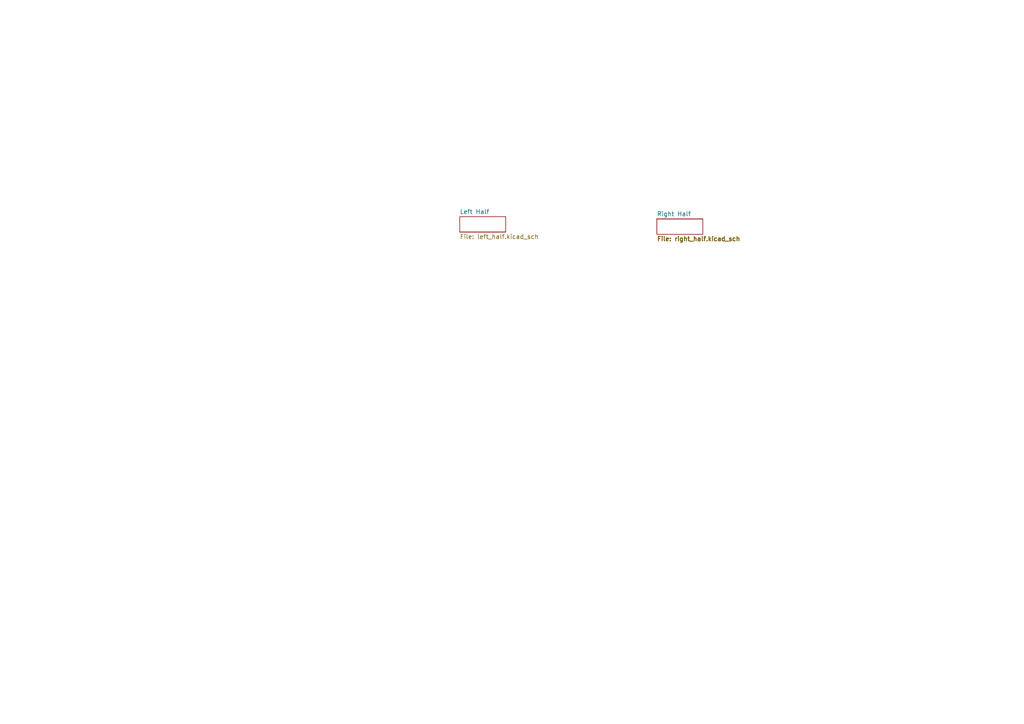
<source format=kicad_sch>
(kicad_sch
	(version 20250114)
	(generator "eeschema")
	(generator_version "9.0")
	(uuid "de3a30da-dd56-4801-a3f5-765b04aa12e1")
	(paper "A4")
	(lib_symbols)
	(sheet
		(at 190.5 63.5)
		(size 13.335 4.445)
		(exclude_from_sim no)
		(in_bom yes)
		(on_board yes)
		(dnp no)
		(fields_autoplaced yes)
		(stroke
			(width 0.1524)
			(type solid)
		)
		(fill
			(color 0 0 0 0.0000)
		)
		(uuid "d777195d-63e1-45cf-bdcd-083236482c4e")
		(property "Sheetname" "Right Half"
			(at 190.5 62.7884 0)
			(effects
				(font
					(size 1.27 1.27)
				)
				(justify left bottom)
			)
		)
		(property "Sheetfile" "right_half.kicad_sch"
			(at 190.5 68.5296 0)
			(effects
				(font
					(size 1.27 1.27)
					(thickness 0.254)
					(bold yes)
				)
				(justify left top)
			)
		)
		(instances
			(project "Keyboard"
				(path "/de3a30da-dd56-4801-a3f5-765b04aa12e1"
					(page "2")
				)
			)
		)
	)
	(sheet
		(at 133.35 62.865)
		(size 13.335 4.445)
		(exclude_from_sim no)
		(in_bom yes)
		(on_board yes)
		(dnp no)
		(fields_autoplaced yes)
		(stroke
			(width 0.1524)
			(type solid)
		)
		(fill
			(color 0 0 0 0.0000)
		)
		(uuid "effbb08b-3fc5-4b96-83dd-92860f3d7777")
		(property "Sheetname" "Left Half"
			(at 133.35 62.1534 0)
			(effects
				(font
					(size 1.27 1.27)
				)
				(justify left bottom)
			)
		)
		(property "Sheetfile" "left_half.kicad_sch"
			(at 133.35 67.8946 0)
			(effects
				(font
					(size 1.27 1.27)
				)
				(justify left top)
			)
		)
		(instances
			(project "Keyboard"
				(path "/de3a30da-dd56-4801-a3f5-765b04aa12e1"
					(page "3")
				)
			)
		)
	)
	(sheet_instances
		(path "/"
			(page "1")
		)
	)
	(embedded_fonts no)
)

</source>
